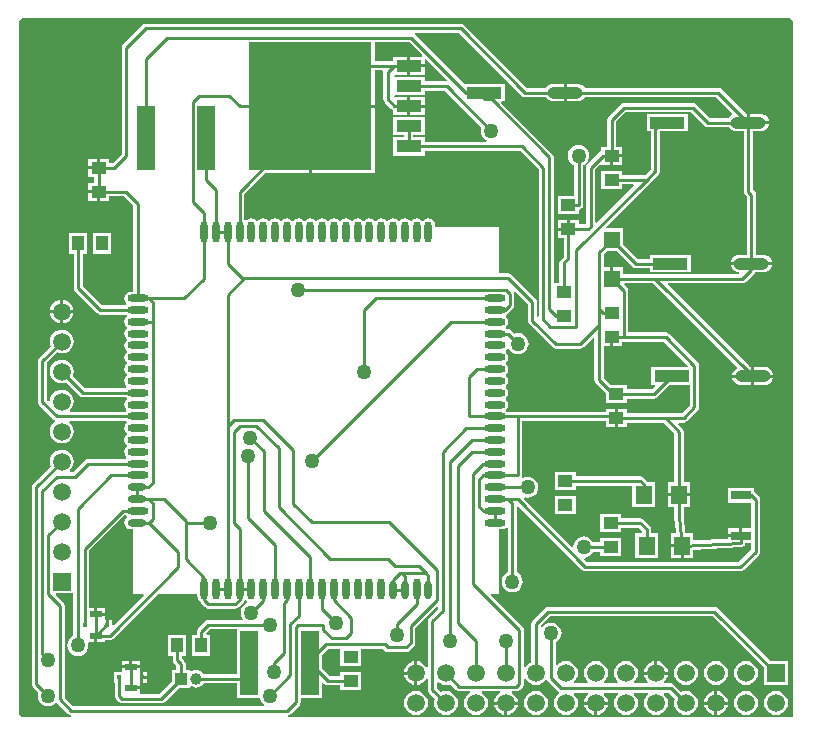
<source format=gtl>
G04 Layer_Physical_Order=1*
G04 Layer_Color=255*
%FSLAX44Y44*%
%MOMM*%
G71*
G01*
G75*
%ADD10R,1.7000X0.8000*%
%ADD11R,1.3970X1.6002*%
%ADD12R,1.2700X1.0160*%
%ADD13O,3.0000X1.0000*%
%ADD14R,3.0000X1.0000*%
%ADD15R,1.5000X5.4000*%
%ADD16R,2.1590X1.0668*%
%ADD17R,10.4100X10.8000*%
%ADD18R,1.0160X1.2700*%
%ADD19R,1.3970X1.3970*%
%ADD20O,0.6000X1.8000*%
%ADD21O,1.8000X0.6000*%
%ADD22O,1.6000X0.6000*%
%ADD23O,0.6000X1.6000*%
%ADD24R,1.0000X0.5000*%
%ADD25R,0.3500X0.4000*%
%ADD26R,0.3500X0.4500*%
%ADD27C,0.2540*%
%ADD28R,1.5000X1.5000*%
%ADD29C,1.5000*%
%ADD30R,1.5000X1.5000*%
%ADD31C,1.0000*%
%ADD32R,1.0000X1.0000*%
%ADD33C,1.2700*%
G36*
X759460Y570230D02*
X767080D01*
Y573965D01*
X802301D01*
X822723Y553543D01*
X822237Y552370D01*
X791450D01*
Y537290D01*
X794297D01*
X794783Y536117D01*
X792141Y533475D01*
X770890D01*
Y537210D01*
X756826D01*
X751153Y542883D01*
Y570230D01*
X756920D01*
Y577850D01*
X759460D01*
Y570230D01*
D02*
G37*
G36*
X302185Y324751D02*
X301587Y324503D01*
X299730Y323078D01*
X298305Y321221D01*
X297409Y319059D01*
X297103Y316738D01*
X297409Y314417D01*
X298305Y312255D01*
X299730Y310398D01*
X301587Y308973D01*
X303749Y308077D01*
X306070Y307771D01*
X308391Y308077D01*
X310553Y308973D01*
X312410Y310398D01*
X313835Y312255D01*
X314731Y314417D01*
X315037Y316738D01*
X314778Y318700D01*
X315560Y319970D01*
X320040D01*
Y325010D01*
X322580D01*
Y319970D01*
X328850D01*
Y321125D01*
X333026D01*
X334513Y321421D01*
X335773Y322263D01*
X374190Y360680D01*
X407291D01*
Y358680D01*
X407721Y356518D01*
X408946Y354686D01*
X409238Y354491D01*
X409351Y353923D01*
X410193Y352663D01*
X413813Y349043D01*
X415073Y348201D01*
X416560Y347905D01*
X439420D01*
X440907Y348201D01*
X442167Y349043D01*
X445687Y352563D01*
X446529Y353823D01*
X446665Y354506D01*
X446934Y354686D01*
X447305Y355241D01*
X448575D01*
X448946Y354686D01*
X449650Y354216D01*
X449509Y352782D01*
X448297Y352280D01*
X446440Y350855D01*
X445014Y348998D01*
X444119Y346836D01*
X443813Y344515D01*
X444119Y342194D01*
X445014Y340032D01*
X445485Y339419D01*
X444859Y338149D01*
X416560D01*
X415073Y337853D01*
X413813Y337011D01*
X407717Y330915D01*
X406875Y329655D01*
X406579Y328168D01*
Y325628D01*
X402844D01*
Y307848D01*
X418084D01*
Y325628D01*
X415167D01*
X414688Y326898D01*
X418169Y330379D01*
X440980D01*
Y292429D01*
X412669D01*
X411524Y293922D01*
X409949Y295130D01*
X408114Y295890D01*
X406146Y296149D01*
X404178Y295890D01*
X402343Y295130D01*
X402125Y294963D01*
X400986Y295524D01*
Y296084D01*
X397331D01*
Y300990D01*
X397035Y302477D01*
X396193Y303737D01*
X394029Y305901D01*
Y307848D01*
X397764D01*
Y325628D01*
X382524D01*
Y307848D01*
X386259D01*
Y304292D01*
X386555Y302805D01*
X387397Y301545D01*
X389561Y299381D01*
Y296084D01*
X385906D01*
Y286498D01*
X375072Y275664D01*
X359539D01*
X358314Y275774D01*
Y279544D01*
X350774D01*
Y282084D01*
X358314D01*
Y285274D01*
X359004D01*
Y289814D01*
Y294354D01*
X358314D01*
Y297544D01*
X343234D01*
Y294604D01*
X336984D01*
Y285024D01*
X337389D01*
Y274320D01*
X337685Y272833D01*
X338527Y271573D01*
X341068Y269033D01*
X342328Y268190D01*
X343814Y267895D01*
X376682D01*
X378168Y268190D01*
X379428Y269033D01*
X391400Y281004D01*
X400986D01*
Y281564D01*
X402125Y282125D01*
X402343Y281958D01*
X404178Y281198D01*
X406146Y280939D01*
X408114Y281198D01*
X409949Y281958D01*
X411524Y283166D01*
X412669Y284659D01*
X440980D01*
Y272466D01*
X459907D01*
X459969Y271999D01*
X460865Y269837D01*
X462290Y267980D01*
X463860Y266775D01*
X463532Y265505D01*
X302091D01*
X294969Y272627D01*
Y350520D01*
X294673Y352007D01*
X293831Y353267D01*
X287471Y359627D01*
X287957Y360800D01*
X302185D01*
Y324751D01*
D02*
G37*
G36*
X564654Y802311D02*
X564567Y801878D01*
Y779018D01*
X564863Y777531D01*
X565705Y776271D01*
X571293Y770683D01*
X572553Y769841D01*
X572897Y769773D01*
Y765556D01*
X584962D01*
Y773430D01*
Y781304D01*
X574365D01*
X573999Y781939D01*
X574365Y782574D01*
X599567D01*
Y786563D01*
X616627D01*
X647669Y755521D01*
X647421Y754923D01*
X647115Y752602D01*
X647421Y750281D01*
X648317Y748119D01*
X649742Y746262D01*
X651599Y744837D01*
X652294Y744549D01*
X652041Y743279D01*
X599567D01*
Y747268D01*
X590117D01*
Y748538D01*
X599567D01*
Y764286D01*
X572897D01*
Y748538D01*
X582347D01*
Y747268D01*
X572897D01*
Y731520D01*
X599567D01*
Y735509D01*
X680381D01*
X696139Y719751D01*
Y595265D01*
X694869Y594586D01*
X694765Y594656D01*
Y607568D01*
X694469Y609055D01*
X693627Y610315D01*
X673307Y630635D01*
X672047Y631477D01*
X670560Y631773D01*
X662940D01*
Y670680D01*
X608589D01*
Y672680D01*
X608159Y674842D01*
X606934Y676674D01*
X605102Y677898D01*
X602940Y678328D01*
X600779Y677898D01*
X598946Y676674D01*
X598575Y676119D01*
X597305D01*
X596934Y676674D01*
X595102Y677898D01*
X592940Y678328D01*
X590779Y677898D01*
X588946Y676674D01*
X588575Y676119D01*
X587305D01*
X586934Y676674D01*
X585102Y677898D01*
X582940Y678328D01*
X580779Y677898D01*
X578946Y676674D01*
X578575Y676119D01*
X577305D01*
X576934Y676674D01*
X575102Y677898D01*
X572940Y678328D01*
X570779Y677898D01*
X568946Y676674D01*
X568575Y676119D01*
X567305D01*
X566934Y676674D01*
X565102Y677898D01*
X562940Y678328D01*
X560779Y677898D01*
X558946Y676674D01*
X558575Y676119D01*
X557305D01*
X556934Y676674D01*
X555102Y677898D01*
X552940Y678328D01*
X550779Y677898D01*
X548946Y676674D01*
X548575Y676119D01*
X547305D01*
X546934Y676674D01*
X545102Y677898D01*
X542940Y678328D01*
X540779Y677898D01*
X538946Y676674D01*
X538575Y676119D01*
X537305D01*
X536934Y676674D01*
X535102Y677898D01*
X532940Y678328D01*
X530779Y677898D01*
X528946Y676674D01*
X528575Y676119D01*
X527305D01*
X526934Y676674D01*
X525101Y677898D01*
X522940Y678328D01*
X520778Y677898D01*
X518946Y676674D01*
X518575Y676119D01*
X517305D01*
X516934Y676674D01*
X515101Y677898D01*
X512940Y678328D01*
X510778Y677898D01*
X508946Y676674D01*
X508575Y676119D01*
X507305D01*
X506934Y676674D01*
X505101Y677898D01*
X502940Y678328D01*
X500778Y677898D01*
X498946Y676674D01*
X498575Y676119D01*
X497305D01*
X496934Y676674D01*
X495101Y677898D01*
X492940Y678328D01*
X490778Y677898D01*
X488946Y676674D01*
X488575Y676119D01*
X487305D01*
X486934Y676674D01*
X485101Y677898D01*
X482940Y678328D01*
X480778Y677898D01*
X478946Y676674D01*
X478575Y676119D01*
X477305D01*
X476934Y676674D01*
X475102Y677898D01*
X472940Y678328D01*
X470778Y677898D01*
X468946Y676674D01*
X468575Y676119D01*
X467305D01*
X466934Y676674D01*
X465102Y677898D01*
X462940Y678328D01*
X460778Y677898D01*
X458946Y676674D01*
X458575Y676119D01*
X457305D01*
X456934Y676674D01*
X455102Y677898D01*
X452940Y678328D01*
X450778Y677898D01*
X448946Y676674D01*
X448903Y676610D01*
X447458Y676518D01*
X446825Y677190D01*
Y699141D01*
X464574Y716890D01*
X501650D01*
Y773430D01*
X502920D01*
Y774700D01*
X557510D01*
Y803581D01*
X563611D01*
X564654Y802311D01*
D02*
G37*
G36*
X346946Y426686D02*
X347501Y426315D01*
Y425045D01*
X346946Y424674D01*
X345721Y422841D01*
X345291Y420680D01*
X345721Y418518D01*
X346946Y416686D01*
X348778Y415461D01*
X350940Y415031D01*
X352940D01*
Y360680D01*
X361543D01*
X362029Y359507D01*
X336273Y333751D01*
X335100Y334237D01*
Y338550D01*
X332080D01*
Y334010D01*
X329540D01*
Y338550D01*
X328850D01*
Y341740D01*
X321310D01*
Y343010D01*
X320040D01*
Y348050D01*
X315695D01*
Y396965D01*
X345525Y426795D01*
X346873D01*
X346946Y426686D01*
D02*
G37*
G36*
X597853Y816513D02*
X597367Y815340D01*
X587502D01*
Y808736D01*
X599567D01*
Y813140D01*
X600740Y813626D01*
X618864Y795503D01*
X618238Y794332D01*
X618236Y794333D01*
X599567D01*
Y798322D01*
X574365D01*
X573999Y798957D01*
X574365Y799592D01*
X584962D01*
Y807466D01*
Y815340D01*
X572897D01*
Y811351D01*
X557510D01*
Y827457D01*
X586909D01*
X597853Y816513D01*
D02*
G37*
G36*
X911860Y845820D02*
Y256540D01*
X483862D01*
X483737Y257810D01*
X484849Y258031D01*
X486109Y258873D01*
X493729Y266493D01*
X494571Y267753D01*
X494867Y269240D01*
Y272466D01*
X512560D01*
Y284813D01*
X513733Y285299D01*
X514759Y284273D01*
X516020Y283431D01*
X517506Y283135D01*
X528320D01*
Y279400D01*
X546100D01*
Y294640D01*
X528320D01*
Y290905D01*
X519115D01*
X512560Y297460D01*
Y308584D01*
X517845Y313869D01*
X528320D01*
Y299720D01*
X546100D01*
Y313869D01*
X564292D01*
X565795Y312366D01*
X567055Y311524D01*
X568542Y311228D01*
X584200D01*
X585687Y311524D01*
X586947Y312366D01*
X590481Y315901D01*
X591324Y317161D01*
X591619Y318648D01*
Y331618D01*
X609772Y349771D01*
X610946Y349285D01*
Y347199D01*
X603551Y339805D01*
X602709Y338545D01*
X602413Y337058D01*
Y298576D01*
X601143Y298324D01*
X601098Y298433D01*
X599489Y300531D01*
X597391Y302140D01*
X594949Y303152D01*
X593598Y303329D01*
Y293370D01*
Y283411D01*
X594949Y283588D01*
X597391Y284600D01*
X599489Y286209D01*
X601098Y288307D01*
X601143Y288416D01*
X602413Y288164D01*
Y279400D01*
X602709Y277913D01*
X603551Y276653D01*
X608435Y271770D01*
X607946Y270591D01*
X607601Y267970D01*
X607946Y265349D01*
X608958Y262907D01*
X610567Y260809D01*
X612665Y259200D01*
X615107Y258188D01*
X617728Y257843D01*
X620349Y258188D01*
X622791Y259200D01*
X624889Y260809D01*
X626498Y262907D01*
X627510Y265349D01*
X627855Y267970D01*
X627510Y270591D01*
X626498Y273033D01*
X624889Y275131D01*
X622791Y276740D01*
X620349Y277752D01*
X617728Y278097D01*
X615107Y277752D01*
X613928Y277263D01*
X610183Y281009D01*
Y284904D01*
X611453Y285530D01*
X612665Y284600D01*
X615107Y283588D01*
X617728Y283243D01*
X620349Y283588D01*
X621528Y284077D01*
X626411Y279193D01*
X627671Y278351D01*
X629158Y278055D01*
X637922D01*
X638174Y276785D01*
X638065Y276740D01*
X635967Y275131D01*
X634358Y273033D01*
X633346Y270591D01*
X633001Y267970D01*
X633346Y265349D01*
X634358Y262907D01*
X635967Y260809D01*
X638065Y259200D01*
X640507Y258188D01*
X643128Y257843D01*
X645749Y258188D01*
X648191Y259200D01*
X650289Y260809D01*
X651898Y262907D01*
X652910Y265349D01*
X653255Y267970D01*
X652910Y270591D01*
X651898Y273033D01*
X650289Y275131D01*
X648191Y276740D01*
X648082Y276785D01*
X648334Y278055D01*
X663322D01*
X663574Y276785D01*
X663465Y276740D01*
X661367Y275131D01*
X659758Y273033D01*
X658746Y270591D01*
X658569Y269240D01*
X668528D01*
X678487D01*
X678310Y270591D01*
X677298Y273033D01*
X675689Y275131D01*
X673591Y276740D01*
X673482Y276785D01*
X673734Y278055D01*
X677418D01*
X678905Y278351D01*
X680165Y279193D01*
X682705Y281733D01*
X683547Y282993D01*
X683843Y284480D01*
Y288164D01*
X685113Y288416D01*
X685158Y288307D01*
X686767Y286209D01*
X688865Y284600D01*
X691307Y283588D01*
X693928Y283243D01*
X696549Y283588D01*
X698991Y284600D01*
X701089Y286209D01*
X701982Y287374D01*
X703542Y287321D01*
X703881Y286813D01*
X712771Y277923D01*
X713279Y277584D01*
X713332Y276024D01*
X712167Y275131D01*
X710558Y273033D01*
X709546Y270591D01*
X709201Y267970D01*
X709546Y265349D01*
X710558Y262907D01*
X712167Y260809D01*
X714265Y259200D01*
X716707Y258188D01*
X719328Y257843D01*
X721949Y258188D01*
X724391Y259200D01*
X726489Y260809D01*
X728098Y262907D01*
X729110Y265349D01*
X729455Y267970D01*
X729110Y270591D01*
X728098Y273033D01*
X726489Y275131D01*
X725987Y275515D01*
X726418Y276785D01*
X737638D01*
X738069Y275515D01*
X737567Y275131D01*
X735958Y273033D01*
X734946Y270591D01*
X734769Y269240D01*
X744728D01*
X754687D01*
X754510Y270591D01*
X753498Y273033D01*
X751889Y275131D01*
X751387Y275515D01*
X751818Y276785D01*
X763038D01*
X763469Y275515D01*
X762967Y275131D01*
X761358Y273033D01*
X760346Y270591D01*
X760001Y267970D01*
X760346Y265349D01*
X761358Y262907D01*
X762967Y260809D01*
X765065Y259200D01*
X767507Y258188D01*
X770128Y257843D01*
X772749Y258188D01*
X775191Y259200D01*
X777289Y260809D01*
X778898Y262907D01*
X779910Y265349D01*
X780255Y267970D01*
X779910Y270591D01*
X778898Y273033D01*
X777289Y275131D01*
X776787Y275515D01*
X777218Y276785D01*
X788438D01*
X788869Y275515D01*
X788367Y275131D01*
X786758Y273033D01*
X785746Y270591D01*
X785401Y267970D01*
X785746Y265349D01*
X786758Y262907D01*
X788367Y260809D01*
X790465Y259200D01*
X792907Y258188D01*
X795528Y257843D01*
X798149Y258188D01*
X800591Y259200D01*
X802689Y260809D01*
X804298Y262907D01*
X805310Y265349D01*
X805655Y267970D01*
X805310Y270591D01*
X804298Y273033D01*
X802689Y275131D01*
X802187Y275515D01*
X802618Y276785D01*
X806619D01*
X811635Y271770D01*
X811146Y270591D01*
X810801Y267970D01*
X811146Y265349D01*
X812158Y262907D01*
X813767Y260809D01*
X815865Y259200D01*
X818307Y258188D01*
X820928Y257843D01*
X823549Y258188D01*
X825991Y259200D01*
X828089Y260809D01*
X829698Y262907D01*
X830710Y265349D01*
X831055Y267970D01*
X830710Y270591D01*
X829698Y273033D01*
X828089Y275131D01*
X825991Y276740D01*
X823549Y277752D01*
X820928Y278097D01*
X818307Y277752D01*
X817128Y277263D01*
X810975Y283417D01*
X809715Y284259D01*
X808228Y284555D01*
X802618D01*
X802187Y285825D01*
X802689Y286209D01*
X804298Y288307D01*
X805310Y290749D01*
X805487Y292100D01*
X795528D01*
X785569D01*
X785746Y290749D01*
X786758Y288307D01*
X788367Y286209D01*
X788869Y285825D01*
X788438Y284555D01*
X777218D01*
X776787Y285825D01*
X777289Y286209D01*
X778898Y288307D01*
X779910Y290749D01*
X780255Y293370D01*
X779910Y295991D01*
X778898Y298433D01*
X777289Y300531D01*
X775191Y302140D01*
X772749Y303152D01*
X770128Y303497D01*
X767507Y303152D01*
X765065Y302140D01*
X762967Y300531D01*
X761358Y298433D01*
X760346Y295991D01*
X760001Y293370D01*
X760346Y290749D01*
X761358Y288307D01*
X762967Y286209D01*
X763469Y285825D01*
X763038Y284555D01*
X751818D01*
X751387Y285825D01*
X751889Y286209D01*
X753498Y288307D01*
X754510Y290749D01*
X754855Y293370D01*
X754510Y295991D01*
X753498Y298433D01*
X751889Y300531D01*
X749791Y302140D01*
X747349Y303152D01*
X744728Y303497D01*
X742107Y303152D01*
X739665Y302140D01*
X737567Y300531D01*
X735958Y298433D01*
X734946Y295991D01*
X734601Y293370D01*
X734946Y290749D01*
X735958Y288307D01*
X737567Y286209D01*
X738069Y285825D01*
X737638Y284555D01*
X726418D01*
X725987Y285825D01*
X726489Y286209D01*
X728098Y288307D01*
X729110Y290749D01*
X729455Y293370D01*
X729110Y295991D01*
X728098Y298433D01*
X726489Y300531D01*
X724391Y302140D01*
X721949Y303152D01*
X719328Y303497D01*
X716707Y303152D01*
X714265Y302140D01*
X712167Y300531D01*
X711783Y300029D01*
X710513Y300460D01*
Y319139D01*
X711111Y319387D01*
X712968Y320812D01*
X714393Y322669D01*
X715289Y324831D01*
X715595Y327152D01*
X715289Y329473D01*
X714393Y331635D01*
X712968Y333492D01*
X711111Y334917D01*
X708949Y335813D01*
X706628Y336119D01*
X704307Y335813D01*
X702145Y334917D01*
X700288Y333492D01*
X699083Y331922D01*
X697813Y332250D01*
Y333671D01*
X705697Y341555D01*
X843449D01*
X887088Y297916D01*
Y283330D01*
X907168D01*
Y303410D01*
X892582D01*
X847805Y348187D01*
X846545Y349029D01*
X845058Y349325D01*
X704088D01*
X702601Y349029D01*
X701341Y348187D01*
X691181Y338027D01*
X690339Y336767D01*
X690043Y335280D01*
Y302628D01*
X688865Y302140D01*
X686767Y300531D01*
X685158Y298433D01*
X685113Y298324D01*
X683843Y298576D01*
Y329692D01*
X683547Y331179D01*
X682705Y332439D01*
X655637Y359507D01*
X656123Y360680D01*
X662940D01*
Y415031D01*
X664940D01*
X667102Y415461D01*
X668707Y416534D01*
X669977Y416135D01*
Y378853D01*
X669379Y378605D01*
X667522Y377180D01*
X666097Y375323D01*
X665201Y373161D01*
X664895Y370840D01*
X665201Y368519D01*
X666097Y366357D01*
X667522Y364500D01*
X669379Y363075D01*
X671541Y362179D01*
X673862Y361873D01*
X676183Y362179D01*
X678345Y363075D01*
X680202Y364500D01*
X681627Y366357D01*
X682523Y368519D01*
X682829Y370840D01*
X682523Y373161D01*
X681627Y375323D01*
X680202Y377180D01*
X678345Y378605D01*
X677747Y378853D01*
Y434224D01*
X678920Y434710D01*
X732981Y380649D01*
X734241Y379807D01*
X735728Y379512D01*
X867012D01*
X868499Y379807D01*
X869759Y380649D01*
X882603Y393493D01*
X883445Y394753D01*
X883741Y396240D01*
Y440164D01*
X883445Y441651D01*
X882603Y442911D01*
X879047Y446467D01*
X878450Y446866D01*
Y450260D01*
X856370D01*
Y437180D01*
X875971D01*
Y416260D01*
X868680D01*
Y409720D01*
X867410D01*
Y408450D01*
X856370D01*
Y407186D01*
X828072Y405743D01*
X827151Y406618D01*
Y411861D01*
X820423D01*
X818971Y425654D01*
Y433959D01*
X824611D01*
Y443230D01*
X815086D01*
X805561D01*
Y433959D01*
X811201D01*
Y425450D01*
X811242Y425248D01*
X811223Y425043D01*
X812511Y412805D01*
X811661Y411861D01*
X808101D01*
Y402590D01*
X817626D01*
Y401320D01*
X818896D01*
Y390779D01*
X827151D01*
Y397916D01*
X867608Y399980D01*
X868248Y400142D01*
X868897Y400271D01*
X868980Y400327D01*
X869078Y400351D01*
X869607Y400746D01*
X870157Y401113D01*
X870213Y401197D01*
X870293Y401257D01*
X870632Y401824D01*
X870999Y402373D01*
X871019Y402472D01*
X871070Y402558D01*
X871161Y403180D01*
X875971D01*
Y397849D01*
X865403Y387281D01*
X737337D01*
X734787Y389831D01*
X735242Y391172D01*
X736889Y391389D01*
X739051Y392285D01*
X740908Y393710D01*
X742333Y395567D01*
X742581Y396165D01*
X748284D01*
Y392684D01*
X766064D01*
Y407924D01*
X748284D01*
Y403935D01*
X742581D01*
X742333Y404533D01*
X740908Y406390D01*
X739051Y407815D01*
X736889Y408711D01*
X734568Y409017D01*
X732247Y408711D01*
X730085Y407815D01*
X728228Y406390D01*
X726803Y404533D01*
X725907Y402371D01*
X725690Y400724D01*
X724349Y400269D01*
X683605Y441013D01*
X684324Y442089D01*
X684495Y442019D01*
X686816Y441713D01*
X689137Y442019D01*
X691299Y442914D01*
X693156Y444339D01*
X694581Y446197D01*
X695477Y448359D01*
X695783Y450680D01*
X695477Y453001D01*
X694581Y455163D01*
X693156Y457020D01*
X691299Y458445D01*
X689137Y459341D01*
X686816Y459646D01*
X684495Y459341D01*
X683059Y458746D01*
X682048Y459702D01*
X682243Y460680D01*
Y506796D01*
X753110D01*
Y501650D01*
X760730D01*
Y509270D01*
Y516890D01*
X753110D01*
Y514565D01*
X669007D01*
X668934Y514674D01*
X668379Y515045D01*
Y516315D01*
X668934Y516686D01*
X670159Y518519D01*
X670589Y520680D01*
X670159Y522842D01*
X668934Y524674D01*
X668379Y525045D01*
Y526315D01*
X668934Y526686D01*
X670159Y528519D01*
X670589Y530680D01*
X670159Y532842D01*
X668934Y534674D01*
X668379Y535045D01*
Y536315D01*
X668934Y536686D01*
X670159Y538519D01*
X670589Y540680D01*
X670159Y542842D01*
X668934Y544674D01*
X668379Y545045D01*
Y546315D01*
X668934Y546686D01*
X670159Y548518D01*
X670589Y550680D01*
X670159Y552842D01*
X668934Y554674D01*
X668379Y555045D01*
Y556315D01*
X668934Y556686D01*
X670159Y558518D01*
X670589Y560680D01*
X670159Y562842D01*
X668934Y564674D01*
X668379Y565045D01*
Y566315D01*
X668934Y566686D01*
X669592Y567671D01*
X670275Y567726D01*
X671066Y567591D01*
X672348Y565922D01*
X674205Y564497D01*
X676367Y563601D01*
X678688Y563295D01*
X681009Y563601D01*
X683171Y564497D01*
X685028Y565922D01*
X686453Y567779D01*
X687349Y569941D01*
X687655Y572262D01*
X687349Y574583D01*
X686453Y576745D01*
X685028Y578602D01*
X683171Y580027D01*
X681009Y580923D01*
X678688Y581229D01*
X676367Y580923D01*
X675769Y580675D01*
X673017Y583427D01*
X671757Y584269D01*
X670270Y584565D01*
X669007D01*
X668934Y584674D01*
X668379Y585045D01*
Y586315D01*
X668934Y586686D01*
X670159Y588518D01*
X670589Y590680D01*
X670159Y592842D01*
X668934Y594674D01*
X668379Y595045D01*
Y596315D01*
X668934Y596686D01*
X669197Y597080D01*
X669253Y597091D01*
X670513Y597933D01*
X674497Y601917D01*
X675339Y603178D01*
X675635Y604664D01*
Y614680D01*
X675425Y615733D01*
X676596Y616358D01*
X686995Y605959D01*
Y591820D01*
X687291Y590333D01*
X688133Y589073D01*
X707945Y569261D01*
X709205Y568419D01*
X710692Y568123D01*
X731520D01*
X733007Y568419D01*
X734267Y569261D01*
X742210Y577204D01*
X743383Y576718D01*
Y541274D01*
X743679Y539787D01*
X744521Y538527D01*
X753110Y529938D01*
Y521970D01*
X770890D01*
Y525705D01*
X793750D01*
X795237Y526001D01*
X796497Y526843D01*
X806944Y537290D01*
X824155D01*
Y520023D01*
X817287Y513155D01*
X770890D01*
Y516890D01*
X763270D01*
Y509270D01*
Y501650D01*
X770890D01*
Y505385D01*
X802047D01*
X811201Y496231D01*
Y455041D01*
X805561D01*
Y445770D01*
X815086D01*
X824611D01*
Y455041D01*
X818971D01*
Y497840D01*
X818675Y499327D01*
X817833Y500587D01*
X814208Y504212D01*
X814694Y505385D01*
X818896D01*
X820383Y505681D01*
X821643Y506523D01*
X830787Y515667D01*
X831629Y516927D01*
X831925Y518414D01*
Y553720D01*
X831629Y555207D01*
X830787Y556467D01*
X806657Y580597D01*
X805397Y581439D01*
X803910Y581735D01*
X772235D01*
Y617220D01*
X771939Y618707D01*
X771097Y619967D01*
X768838Y622225D01*
X769364Y623495D01*
X793411D01*
X864075Y552831D01*
X863915Y551568D01*
X863726Y551384D01*
X862192Y550208D01*
X860984Y548633D01*
X860224Y546798D01*
X860132Y546100D01*
X876300D01*
Y552435D01*
X875459D01*
X805572Y622322D01*
X806058Y623495D01*
X868680D01*
X870167Y623791D01*
X871427Y624633D01*
X879047Y632253D01*
X879195Y632475D01*
X886300D01*
X888268Y632734D01*
X890102Y633494D01*
X891678Y634702D01*
X892886Y636278D01*
X893646Y638112D01*
X893738Y638810D01*
X858862D01*
X858954Y638112D01*
X859714Y636278D01*
X860922Y634702D01*
X862497Y633494D01*
X864332Y632734D01*
X865846Y632535D01*
X865763Y631265D01*
X767715D01*
Y636905D01*
X759460D01*
Y627380D01*
X756920D01*
Y636905D01*
X751153D01*
Y647869D01*
X754159Y650875D01*
X762221D01*
X775763Y637333D01*
X777023Y636491D01*
X778510Y636195D01*
X790180D01*
Y632540D01*
X825260D01*
Y647620D01*
X790180D01*
Y643965D01*
X780119D01*
X767715Y656369D01*
Y669925D01*
X753405D01*
X752919Y671098D01*
X790274Y708453D01*
X797767Y715946D01*
X798609Y717206D01*
X798905Y718693D01*
Y751920D01*
X822720D01*
Y767000D01*
X787640D01*
Y751920D01*
X791135D01*
Y720302D01*
X785918Y715085D01*
X767080D01*
Y718820D01*
X749300D01*
Y703580D01*
X767080D01*
Y707315D01*
X776489D01*
X776975Y706142D01*
X745214Y674381D01*
X744041Y674867D01*
Y719751D01*
X748515Y724225D01*
X749300Y723900D01*
Y723900D01*
X756920D01*
Y731520D01*
X758190D01*
Y732790D01*
X767080D01*
Y739140D01*
X762075D01*
Y760391D01*
X769959Y768275D01*
X825161D01*
X836723Y756713D01*
X837983Y755871D01*
X839470Y755575D01*
X857237D01*
X858382Y754082D01*
X859958Y752874D01*
X861792Y752114D01*
X863760Y751855D01*
X869875D01*
Y701040D01*
X870171Y699553D01*
X871013Y698293D01*
X872415Y696891D01*
Y647685D01*
X866300D01*
X864332Y647426D01*
X862497Y646666D01*
X860922Y645458D01*
X859714Y643883D01*
X858954Y642048D01*
X858862Y641350D01*
X893738D01*
X893646Y642048D01*
X892886Y643883D01*
X891678Y645458D01*
X890102Y646666D01*
X888268Y647426D01*
X886300Y647685D01*
X880185D01*
Y698500D01*
X879889Y699987D01*
X879047Y701247D01*
X877645Y702649D01*
Y751855D01*
X883760D01*
X885728Y752114D01*
X887562Y752874D01*
X889138Y754082D01*
X890346Y755658D01*
X891106Y757492D01*
X891198Y758190D01*
X873760D01*
Y759460D01*
X872490D01*
Y767065D01*
X871649D01*
X851107Y787607D01*
X849847Y788449D01*
X848360Y788745D01*
X735343D01*
X734198Y790238D01*
X732623Y791446D01*
X730788Y792206D01*
X728820Y792465D01*
X720090D01*
Y784860D01*
Y777255D01*
X728820D01*
X730788Y777514D01*
X732623Y778274D01*
X734198Y779482D01*
X735343Y780975D01*
X846751D01*
X860265Y767461D01*
X860105Y766198D01*
X859916Y766014D01*
X858382Y764838D01*
X857237Y763345D01*
X841079D01*
X829517Y774907D01*
X828257Y775749D01*
X826770Y776045D01*
X768350D01*
X766863Y775749D01*
X765603Y774907D01*
X755443Y764747D01*
X754601Y763487D01*
X754305Y762000D01*
Y739140D01*
X749300D01*
Y735202D01*
X748829Y735109D01*
X747569Y734267D01*
X737409Y724107D01*
X736567Y722847D01*
X736271Y721360D01*
Y673175D01*
X730250D01*
Y676910D01*
X722630D01*
Y669290D01*
X721360D01*
Y668020D01*
X712470D01*
Y661670D01*
X717475D01*
Y646007D01*
X714803Y643335D01*
X713961Y642075D01*
X713665Y640588D01*
Y623570D01*
X708989D01*
Y730250D01*
X708693Y731737D01*
X707851Y732997D01*
X664701Y776147D01*
X665187Y777320D01*
X667780D01*
Y792400D01*
X632954D01*
X591292Y834061D01*
X591296Y834180D01*
X591691Y835331D01*
X628565D01*
X681783Y782113D01*
X683043Y781271D01*
X684530Y780975D01*
X702297D01*
X703442Y779482D01*
X705017Y778274D01*
X706852Y777514D01*
X708820Y777255D01*
X717550D01*
Y784860D01*
Y792465D01*
X708820D01*
X706852Y792206D01*
X705017Y791446D01*
X703442Y790238D01*
X702297Y788745D01*
X686139D01*
X632921Y841963D01*
X631661Y842805D01*
X630174Y843101D01*
X363474D01*
X361987Y842805D01*
X360727Y841963D01*
X344471Y825707D01*
X343629Y824447D01*
X343333Y822960D01*
Y733129D01*
X335449Y725245D01*
X332740D01*
Y728980D01*
X325120D01*
Y721360D01*
X323850D01*
Y720090D01*
X314960D01*
Y713740D01*
X319965D01*
Y708660D01*
X314960D01*
Y702310D01*
X323850D01*
Y701040D01*
X325120D01*
Y693420D01*
X332740D01*
Y697155D01*
X345171D01*
X353055Y689271D01*
Y670680D01*
X352940D01*
Y616329D01*
X350940D01*
X348778Y615899D01*
X346946Y614674D01*
X345722Y612842D01*
X345292Y610680D01*
X345722Y608518D01*
X346946Y606686D01*
X347010Y606643D01*
X347102Y605198D01*
X346430Y604565D01*
X326729D01*
X310463Y620831D01*
Y648208D01*
X314198D01*
Y665988D01*
X298958D01*
Y648208D01*
X302693D01*
Y619222D01*
X302989Y617735D01*
X303831Y616475D01*
X322373Y597933D01*
X323633Y597091D01*
X325120Y596795D01*
X346873D01*
X346946Y596686D01*
X347501Y596315D01*
Y595045D01*
X346946Y594674D01*
X345722Y592842D01*
X345292Y590680D01*
X345722Y588518D01*
X346946Y586686D01*
X347501Y586315D01*
Y585045D01*
X346946Y584674D01*
X345722Y582842D01*
X345292Y580680D01*
X345722Y578518D01*
X346946Y576686D01*
X347501Y576315D01*
Y575045D01*
X346946Y574674D01*
X345722Y572842D01*
X345292Y570680D01*
X345722Y568518D01*
X346946Y566686D01*
X347501Y566315D01*
Y565045D01*
X346946Y564674D01*
X345722Y562842D01*
X345292Y560680D01*
X345722Y558518D01*
X346946Y556686D01*
X347501Y556315D01*
Y555045D01*
X346946Y554674D01*
X345722Y552842D01*
X345292Y550680D01*
X345722Y548518D01*
X346946Y546686D01*
X347501Y546315D01*
Y545045D01*
X346946Y544674D01*
X345722Y542842D01*
X345292Y540680D01*
X345722Y538519D01*
X346946Y536686D01*
X347010Y536643D01*
X347102Y535198D01*
X346430Y534565D01*
X311923D01*
X301647Y544840D01*
X302136Y546019D01*
X302481Y548640D01*
X302136Y551261D01*
X301124Y553703D01*
X299515Y555801D01*
X297417Y557410D01*
X294975Y558422D01*
X292354Y558767D01*
X289733Y558422D01*
X287291Y557410D01*
X285193Y555801D01*
X283584Y553703D01*
X282572Y551261D01*
X282227Y548640D01*
X282572Y546019D01*
X283584Y543577D01*
X285193Y541479D01*
X287291Y539870D01*
X289733Y538858D01*
X292354Y538513D01*
X294975Y538858D01*
X296154Y539347D01*
X307567Y527933D01*
X308827Y527091D01*
X310314Y526796D01*
X346873D01*
X346946Y526686D01*
X347501Y526315D01*
Y525045D01*
X346946Y524674D01*
X345722Y522842D01*
X345292Y520680D01*
X345722Y518519D01*
X346946Y516686D01*
X347010Y516643D01*
X347102Y515198D01*
X346430Y514565D01*
X299516D01*
X299108Y515768D01*
X299515Y516079D01*
X301124Y518177D01*
X302136Y520619D01*
X302481Y523240D01*
X302136Y525861D01*
X301124Y528303D01*
X299515Y530401D01*
X297417Y532010D01*
X294975Y533022D01*
X292354Y533367D01*
X289733Y533022D01*
X287291Y532010D01*
X285193Y530401D01*
X283584Y528303D01*
X282572Y525861D01*
X282333Y524041D01*
X280992Y523586D01*
X279848Y524729D01*
Y556041D01*
X288554Y564747D01*
X289733Y564258D01*
X292354Y563913D01*
X294975Y564258D01*
X297417Y565270D01*
X299515Y566879D01*
X301124Y568977D01*
X302136Y571419D01*
X302481Y574040D01*
X302136Y576661D01*
X301124Y579103D01*
X299515Y581201D01*
X297417Y582810D01*
X294975Y583822D01*
X292354Y584167D01*
X289733Y583822D01*
X287291Y582810D01*
X285193Y581201D01*
X283584Y579103D01*
X282572Y576661D01*
X282227Y574040D01*
X282572Y571419D01*
X283061Y570240D01*
X273217Y560397D01*
X272375Y559137D01*
X272079Y557650D01*
Y523120D01*
X272375Y521633D01*
X273217Y520373D01*
X285657Y507933D01*
X286337Y507479D01*
X286473Y505990D01*
X286469Y505979D01*
X285193Y505001D01*
X283584Y502903D01*
X282572Y500461D01*
X282227Y497840D01*
X282572Y495219D01*
X283584Y492777D01*
X285193Y490679D01*
X287291Y489070D01*
X289733Y488058D01*
X292354Y487713D01*
X294975Y488058D01*
X297417Y489070D01*
X299515Y490679D01*
X301124Y492777D01*
X302136Y495219D01*
X302481Y497840D01*
X302136Y500461D01*
X301124Y502903D01*
X299515Y505001D01*
X298831Y505526D01*
X299262Y506796D01*
X346873D01*
X346946Y506686D01*
X347501Y506315D01*
Y505045D01*
X346946Y504674D01*
X345722Y502842D01*
X345292Y500680D01*
X345722Y498519D01*
X346946Y496686D01*
X347501Y496315D01*
Y495045D01*
X346946Y494674D01*
X345722Y492842D01*
X345292Y490680D01*
X345722Y488519D01*
X346946Y486686D01*
X347501Y486315D01*
Y485045D01*
X346946Y484674D01*
X345722Y482841D01*
X345292Y480680D01*
X345722Y478518D01*
X346946Y476686D01*
X347010Y476643D01*
X347102Y475198D01*
X346430Y474564D01*
X314724D01*
X313237Y474269D01*
X311977Y473427D01*
X302175Y463625D01*
X299444D01*
X299013Y464895D01*
X299515Y465279D01*
X301124Y467377D01*
X302136Y469819D01*
X302481Y472440D01*
X302136Y475061D01*
X301124Y477503D01*
X299515Y479601D01*
X297417Y481210D01*
X294975Y482222D01*
X292354Y482567D01*
X289733Y482222D01*
X287291Y481210D01*
X285193Y479601D01*
X283584Y477503D01*
X282572Y475061D01*
X282227Y472440D01*
X282572Y469819D01*
X283061Y468640D01*
X268017Y453597D01*
X267175Y452337D01*
X266879Y450850D01*
Y284480D01*
X267175Y282993D01*
X268017Y281733D01*
X272511Y277239D01*
X272263Y276641D01*
X271957Y274320D01*
X272263Y271999D01*
X273159Y269837D01*
X274584Y267980D01*
X276441Y266555D01*
X278603Y265659D01*
X280924Y265353D01*
X283245Y265659D01*
X285407Y266555D01*
X287093Y267848D01*
X287435Y267964D01*
X288762Y267846D01*
X297735Y258873D01*
X298995Y258031D01*
X300107Y257810D01*
X299982Y256540D01*
X259080D01*
X256540Y259080D01*
Y845820D01*
X259080Y848360D01*
X909320D01*
X911860Y845820D01*
D02*
G37*
%LPC*%
G36*
X364564Y294354D02*
X361544D01*
Y291084D01*
X364564D01*
Y294354D01*
D02*
G37*
G36*
Y288544D02*
X361544D01*
Y285274D01*
X364564D01*
Y288544D01*
D02*
G37*
G36*
X846328Y303497D02*
X843707Y303152D01*
X841265Y302140D01*
X839167Y300531D01*
X837558Y298433D01*
X836546Y295991D01*
X836201Y293370D01*
X836546Y290749D01*
X837558Y288307D01*
X839167Y286209D01*
X841265Y284600D01*
X843707Y283588D01*
X846328Y283243D01*
X848949Y283588D01*
X851391Y284600D01*
X853489Y286209D01*
X855098Y288307D01*
X856110Y290749D01*
X856455Y293370D01*
X856110Y295991D01*
X855098Y298433D01*
X853489Y300531D01*
X851391Y302140D01*
X848949Y303152D01*
X846328Y303497D01*
D02*
G37*
G36*
X871728D02*
X869107Y303152D01*
X866665Y302140D01*
X864567Y300531D01*
X862958Y298433D01*
X861946Y295991D01*
X861601Y293370D01*
X861946Y290749D01*
X862958Y288307D01*
X864567Y286209D01*
X866665Y284600D01*
X869107Y283588D01*
X871728Y283243D01*
X874349Y283588D01*
X876791Y284600D01*
X878889Y286209D01*
X880498Y288307D01*
X881510Y290749D01*
X881855Y293370D01*
X881510Y295991D01*
X880498Y298433D01*
X878889Y300531D01*
X876791Y302140D01*
X874349Y303152D01*
X871728Y303497D01*
D02*
G37*
G36*
X591058Y292100D02*
X582369D01*
X582546Y290749D01*
X583558Y288307D01*
X585167Y286209D01*
X587265Y284600D01*
X589707Y283588D01*
X591058Y283411D01*
Y292100D01*
D02*
G37*
G36*
X349504Y303854D02*
X343234D01*
Y300084D01*
X349504D01*
Y303854D01*
D02*
G37*
G36*
X358314D02*
X352044D01*
Y300084D01*
X358314D01*
Y303854D01*
D02*
G37*
G36*
X796798Y303329D02*
Y294640D01*
X805487D01*
X805310Y295991D01*
X804298Y298433D01*
X802689Y300531D01*
X800591Y302140D01*
X798149Y303152D01*
X796798Y303329D01*
D02*
G37*
G36*
X591058D02*
X589707Y303152D01*
X587265Y302140D01*
X585167Y300531D01*
X583558Y298433D01*
X582546Y295991D01*
X582369Y294640D01*
X591058D01*
Y303329D01*
D02*
G37*
G36*
X794258D02*
X792907Y303152D01*
X790465Y302140D01*
X788367Y300531D01*
X786758Y298433D01*
X785746Y295991D01*
X785569Y294640D01*
X794258D01*
Y303329D01*
D02*
G37*
G36*
X897128Y278097D02*
X894507Y277752D01*
X892065Y276740D01*
X889967Y275131D01*
X888358Y273033D01*
X887346Y270591D01*
X887001Y267970D01*
X887346Y265349D01*
X888358Y262907D01*
X889967Y260809D01*
X892065Y259200D01*
X894507Y258188D01*
X897128Y257843D01*
X899749Y258188D01*
X902191Y259200D01*
X904289Y260809D01*
X905898Y262907D01*
X906910Y265349D01*
X907255Y267970D01*
X906910Y270591D01*
X905898Y273033D01*
X904289Y275131D01*
X902191Y276740D01*
X899749Y277752D01*
X897128Y278097D01*
D02*
G37*
G36*
X667258Y266700D02*
X658569D01*
X658746Y265349D01*
X659758Y262907D01*
X661367Y260809D01*
X663465Y259200D01*
X665907Y258188D01*
X667258Y258011D01*
Y266700D01*
D02*
G37*
G36*
X743458D02*
X734769D01*
X734946Y265349D01*
X735958Y262907D01*
X737567Y260809D01*
X739665Y259200D01*
X742107Y258188D01*
X743458Y258011D01*
Y266700D01*
D02*
G37*
G36*
X592328Y278097D02*
X589707Y277752D01*
X587265Y276740D01*
X585167Y275131D01*
X583558Y273033D01*
X582546Y270591D01*
X582201Y267970D01*
X582546Y265349D01*
X583558Y262907D01*
X585167Y260809D01*
X587265Y259200D01*
X589707Y258188D01*
X592328Y257843D01*
X594949Y258188D01*
X597391Y259200D01*
X599489Y260809D01*
X601098Y262907D01*
X602110Y265349D01*
X602455Y267970D01*
X602110Y270591D01*
X601098Y273033D01*
X599489Y275131D01*
X597391Y276740D01*
X594949Y277752D01*
X592328Y278097D01*
D02*
G37*
G36*
X693928D02*
X691307Y277752D01*
X688865Y276740D01*
X686767Y275131D01*
X685158Y273033D01*
X684146Y270591D01*
X683801Y267970D01*
X684146Y265349D01*
X685158Y262907D01*
X686767Y260809D01*
X688865Y259200D01*
X691307Y258188D01*
X693928Y257843D01*
X696549Y258188D01*
X698991Y259200D01*
X701089Y260809D01*
X702698Y262907D01*
X703710Y265349D01*
X704055Y267970D01*
X703710Y270591D01*
X702698Y273033D01*
X701089Y275131D01*
X698991Y276740D01*
X696549Y277752D01*
X693928Y278097D01*
D02*
G37*
G36*
X871728D02*
X869107Y277752D01*
X866665Y276740D01*
X864567Y275131D01*
X862958Y273033D01*
X861946Y270591D01*
X861601Y267970D01*
X861946Y265349D01*
X862958Y262907D01*
X864567Y260809D01*
X866665Y259200D01*
X869107Y258188D01*
X871728Y257843D01*
X874349Y258188D01*
X876791Y259200D01*
X878889Y260809D01*
X880498Y262907D01*
X881510Y265349D01*
X881855Y267970D01*
X881510Y270591D01*
X880498Y273033D01*
X878889Y275131D01*
X876791Y276740D01*
X874349Y277752D01*
X871728Y278097D01*
D02*
G37*
G36*
X845058Y266700D02*
X836369D01*
X836546Y265349D01*
X837558Y262907D01*
X839167Y260809D01*
X841265Y259200D01*
X843707Y258188D01*
X845058Y258011D01*
Y266700D01*
D02*
G37*
G36*
Y277929D02*
X843707Y277752D01*
X841265Y276740D01*
X839167Y275131D01*
X837558Y273033D01*
X836546Y270591D01*
X836369Y269240D01*
X845058D01*
Y277929D01*
D02*
G37*
G36*
X847598D02*
Y269240D01*
X856287D01*
X856110Y270591D01*
X855098Y273033D01*
X853489Y275131D01*
X851391Y276740D01*
X848949Y277752D01*
X847598Y277929D01*
D02*
G37*
G36*
X820928Y303497D02*
X818307Y303152D01*
X815865Y302140D01*
X813767Y300531D01*
X812158Y298433D01*
X811146Y295991D01*
X810801Y293370D01*
X811146Y290749D01*
X812158Y288307D01*
X813767Y286209D01*
X815865Y284600D01*
X818307Y283588D01*
X820928Y283243D01*
X823549Y283588D01*
X825991Y284600D01*
X828089Y286209D01*
X829698Y288307D01*
X830710Y290749D01*
X831055Y293370D01*
X830710Y295991D01*
X829698Y298433D01*
X828089Y300531D01*
X825991Y302140D01*
X823549Y303152D01*
X820928Y303497D01*
D02*
G37*
G36*
X678487Y266700D02*
X669798D01*
Y258011D01*
X671149Y258188D01*
X673591Y259200D01*
X675689Y260809D01*
X677298Y262907D01*
X678310Y265349D01*
X678487Y266700D01*
D02*
G37*
G36*
X754687D02*
X745998D01*
Y258011D01*
X747349Y258188D01*
X749791Y259200D01*
X751889Y260809D01*
X753498Y262907D01*
X754510Y265349D01*
X754687Y266700D01*
D02*
G37*
G36*
X856287D02*
X847598D01*
Y258011D01*
X848949Y258188D01*
X851391Y259200D01*
X853489Y260809D01*
X855098Y262907D01*
X856110Y265349D01*
X856287Y266700D01*
D02*
G37*
G36*
X729996Y740487D02*
X727675Y740181D01*
X725513Y739285D01*
X723656Y737860D01*
X722231Y736003D01*
X721335Y733841D01*
X721029Y731520D01*
X721335Y729199D01*
X722231Y727037D01*
X723656Y725180D01*
X725513Y723755D01*
X726111Y723507D01*
Y697230D01*
X712470D01*
Y681990D01*
X730250D01*
Y685776D01*
X731483Y686021D01*
X732743Y686863D01*
X733585Y688123D01*
X733881Y689610D01*
Y723507D01*
X734479Y723755D01*
X736336Y725180D01*
X737761Y727037D01*
X738657Y729199D01*
X738963Y731520D01*
X738657Y733841D01*
X737761Y736003D01*
X736336Y737860D01*
X734479Y739285D01*
X732317Y740181D01*
X729996Y740487D01*
D02*
G37*
G36*
X322580Y699770D02*
X314960D01*
Y693420D01*
X322580D01*
Y699770D01*
D02*
G37*
G36*
X557510Y772160D02*
X504190D01*
Y716890D01*
X557510D01*
Y772160D01*
D02*
G37*
G36*
X293624Y609399D02*
Y600710D01*
X302313D01*
X302136Y602061D01*
X301124Y604503D01*
X299515Y606601D01*
X297417Y608210D01*
X294975Y609222D01*
X293624Y609399D01*
D02*
G37*
G36*
X334518Y665988D02*
X319278D01*
Y648208D01*
X334518D01*
Y665988D01*
D02*
G37*
G36*
X720090Y676910D02*
X712470D01*
Y670560D01*
X720090D01*
Y676910D01*
D02*
G37*
G36*
X599567Y772160D02*
X587502D01*
Y765556D01*
X599567D01*
Y772160D01*
D02*
G37*
G36*
X587502Y781304D02*
Y774700D01*
X599567D01*
Y781304D01*
X587502D01*
D02*
G37*
G36*
X599567Y806196D02*
X587502D01*
Y799592D01*
X599567D01*
Y806196D01*
D02*
G37*
G36*
X322580Y728980D02*
X314960D01*
Y722630D01*
X322580D01*
Y728980D01*
D02*
G37*
G36*
X767080Y730250D02*
X759460D01*
Y723900D01*
X767080D01*
Y730250D01*
D02*
G37*
G36*
X883760Y767065D02*
X875030D01*
Y760730D01*
X891198D01*
X891106Y761428D01*
X890346Y763262D01*
X889138Y764838D01*
X887562Y766046D01*
X885728Y766806D01*
X883760Y767065D01*
D02*
G37*
G36*
X866140Y416260D02*
X856370D01*
Y410990D01*
X866140D01*
Y416260D01*
D02*
G37*
G36*
X727710Y443230D02*
X709930D01*
Y427990D01*
X727710D01*
Y443230D01*
D02*
G37*
G36*
Y463550D02*
X709930D01*
Y448310D01*
X727710D01*
Y452045D01*
X775589D01*
Y433959D01*
X794639D01*
Y455041D01*
X788423D01*
X787861Y455883D01*
X785067Y458677D01*
X783807Y459519D01*
X782320Y459815D01*
X727710D01*
Y463550D01*
D02*
G37*
G36*
X328850Y348050D02*
X322580D01*
Y344280D01*
X328850D01*
Y348050D01*
D02*
G37*
G36*
X766064Y428244D02*
X748284D01*
Y413004D01*
X766064D01*
Y416485D01*
X780711D01*
X783769Y413427D01*
Y411861D01*
X778129D01*
Y390779D01*
X797179D01*
Y411861D01*
X791539D01*
Y415036D01*
X791243Y416523D01*
X790401Y417783D01*
X785067Y423117D01*
X783807Y423959D01*
X782320Y424255D01*
X766064D01*
Y428244D01*
D02*
G37*
G36*
X816356Y400050D02*
X808101D01*
Y390779D01*
X816356D01*
Y400050D01*
D02*
G37*
G36*
X291084Y598170D02*
X282395D01*
X282572Y596819D01*
X283584Y594377D01*
X285193Y592279D01*
X287291Y590670D01*
X289733Y589658D01*
X291084Y589481D01*
Y598170D01*
D02*
G37*
G36*
X302313D02*
X293624D01*
Y589481D01*
X294975Y589658D01*
X297417Y590670D01*
X299515Y592279D01*
X301124Y594377D01*
X302136Y596819D01*
X302313Y598170D01*
D02*
G37*
G36*
X291084Y609399D02*
X289733Y609222D01*
X287291Y608210D01*
X285193Y606601D01*
X283584Y604503D01*
X282572Y602061D01*
X282395Y600710D01*
X291084D01*
Y609399D01*
D02*
G37*
G36*
X876300Y543560D02*
X860132D01*
X860224Y542862D01*
X860984Y541027D01*
X862192Y539452D01*
X863767Y538244D01*
X865602Y537484D01*
X867570Y537225D01*
X876300D01*
Y543560D01*
D02*
G37*
G36*
X895008D02*
X878840D01*
Y537225D01*
X887570D01*
X889538Y537484D01*
X891373Y538244D01*
X892948Y539452D01*
X894156Y541027D01*
X894916Y542862D01*
X895008Y543560D01*
D02*
G37*
G36*
X887570Y552435D02*
X878840D01*
Y546100D01*
X895008D01*
X894916Y546798D01*
X894156Y548633D01*
X892948Y550208D01*
X891373Y551416D01*
X889538Y552176D01*
X887570Y552435D01*
D02*
G37*
%LPD*%
D10*
X867410Y443720D02*
D03*
Y409720D02*
D03*
D11*
X787654Y401320D02*
D03*
X817626D02*
D03*
X785114Y444500D02*
D03*
X815086D02*
D03*
D12*
X323850Y721360D02*
D03*
Y701040D02*
D03*
X757174Y420624D02*
D03*
Y400304D02*
D03*
X717550Y595630D02*
D03*
Y615950D02*
D03*
X721360Y669290D02*
D03*
Y689610D02*
D03*
X758190Y711200D02*
D03*
Y731520D02*
D03*
Y598170D02*
D03*
Y577850D02*
D03*
X762000Y529590D02*
D03*
Y509270D02*
D03*
X718820Y455930D02*
D03*
Y435610D02*
D03*
X537210Y287020D02*
D03*
Y307340D02*
D03*
D13*
X718820Y784860D02*
D03*
X873760Y759460D02*
D03*
X877570Y544830D02*
D03*
X876300Y640080D02*
D03*
D14*
X650240Y784860D02*
D03*
X805180Y759460D02*
D03*
X808990Y544830D02*
D03*
X807720Y640080D02*
D03*
D15*
X414890Y746760D02*
D03*
X363390D02*
D03*
X502520Y302006D02*
D03*
X451020D02*
D03*
D16*
X586232Y807466D02*
D03*
Y790448D02*
D03*
Y773430D02*
D03*
Y756412D02*
D03*
Y739394D02*
D03*
D17*
X502920Y773430D02*
D03*
D18*
X306578Y657098D02*
D03*
X326898D02*
D03*
X390144Y316738D02*
D03*
X410464D02*
D03*
D19*
X758190Y627380D02*
D03*
Y660400D02*
D03*
D20*
X592940Y666680D02*
D03*
X582940D02*
D03*
X572940D02*
D03*
X562940D02*
D03*
X512940D02*
D03*
X522940D02*
D03*
X532940D02*
D03*
X542940D02*
D03*
X552940D02*
D03*
X462940D02*
D03*
X472940D02*
D03*
X482940D02*
D03*
X492940D02*
D03*
X502940D02*
D03*
X412940D02*
D03*
X422940D02*
D03*
X432940D02*
D03*
X442940D02*
D03*
X452940D02*
D03*
X602940D02*
D03*
X592940Y364680D02*
D03*
X562940D02*
D03*
X512940D02*
D03*
X522940D02*
D03*
X532940D02*
D03*
X542940D02*
D03*
X552940D02*
D03*
X462940D02*
D03*
X472940D02*
D03*
X482940D02*
D03*
X492940D02*
D03*
X502940D02*
D03*
X412940D02*
D03*
X422940D02*
D03*
X432940D02*
D03*
X442940D02*
D03*
X452940D02*
D03*
D21*
X356940Y430680D02*
D03*
Y460680D02*
D03*
Y510680D02*
D03*
Y500680D02*
D03*
Y490680D02*
D03*
Y480680D02*
D03*
Y470680D02*
D03*
Y560680D02*
D03*
Y550680D02*
D03*
Y540680D02*
D03*
Y530680D02*
D03*
Y520680D02*
D03*
Y610680D02*
D03*
Y600680D02*
D03*
Y590680D02*
D03*
Y580680D02*
D03*
Y570680D02*
D03*
X658940D02*
D03*
Y580680D02*
D03*
Y590680D02*
D03*
Y600680D02*
D03*
Y610680D02*
D03*
Y520680D02*
D03*
Y530680D02*
D03*
Y540680D02*
D03*
Y550680D02*
D03*
Y560680D02*
D03*
Y470680D02*
D03*
Y480680D02*
D03*
Y490680D02*
D03*
Y500680D02*
D03*
Y510680D02*
D03*
Y460680D02*
D03*
Y450680D02*
D03*
Y440680D02*
D03*
Y430680D02*
D03*
Y420680D02*
D03*
D22*
X355940Y440680D02*
D03*
Y450680D02*
D03*
Y420680D02*
D03*
D23*
X602940Y363680D02*
D03*
X582940D02*
D03*
X572940D02*
D03*
D24*
X350774Y280814D02*
D03*
Y298814D02*
D03*
X321310Y325010D02*
D03*
Y343010D02*
D03*
D25*
X360274Y289814D02*
D03*
X330810Y334010D02*
D03*
D26*
X341274Y289814D02*
D03*
X311810Y334010D02*
D03*
D27*
X760590Y510680D02*
X762000Y509270D01*
X677633Y510680D02*
X760590D01*
X643644Y550680D02*
X658940D01*
X636892Y543928D02*
X643644Y550680D01*
X636892Y510680D02*
Y543928D01*
Y510680D02*
X658940D01*
X677633D01*
X678358Y509956D01*
Y460680D02*
Y509956D01*
X658940Y460680D02*
X678358D01*
X442940Y364680D02*
X452940D01*
X658940Y450680D02*
X686816D01*
X472440Y294640D02*
Y302260D01*
X480568Y310388D01*
X406146Y288544D02*
X451020D01*
X747268Y601980D02*
Y649478D01*
X446086Y626934D02*
X447040Y627888D01*
X432940Y613788D02*
X446086Y626934D01*
X650240Y779018D02*
X656336D01*
X580738Y378122D02*
X600738D01*
X541274Y773430D02*
Y807466D01*
X369824Y590680D02*
Y607060D01*
Y454660D02*
Y590680D01*
X574558Y384302D02*
X594558D01*
X787527Y711200D02*
X795020Y718693D01*
X727710Y651383D02*
X787527Y711200D01*
X275964Y309760D02*
X280924Y304800D01*
X275964Y309760D02*
Y447160D01*
X288544Y459740D01*
X303784D01*
X314724Y470680D01*
X356940D01*
X306070Y316738D02*
Y432486D01*
X334264Y460680D01*
X356940D01*
X492940Y341630D02*
Y364680D01*
X485902Y334592D02*
X492940Y341630D01*
X485902Y291592D02*
Y334592D01*
X468630Y274320D02*
X485902Y291592D01*
X270764Y284480D02*
X280924Y274320D01*
X270764Y284480D02*
Y450850D01*
X292354Y472440D01*
X482940Y354924D02*
Y364680D01*
X480568Y352552D02*
X482940Y354924D01*
X480568Y310388D02*
Y352552D01*
X451020Y288544D02*
Y302006D01*
X306578Y619222D02*
Y657098D01*
Y619222D02*
X325120Y600680D01*
X356940D01*
X422940Y364680D02*
X432940D01*
X422940Y666680D02*
X432940D01*
X422940D02*
Y702564D01*
X414890Y710614D02*
X422940Y702564D01*
X414890Y710614D02*
Y746760D01*
X762000Y529590D02*
X793750D01*
X808990Y544830D01*
X758190Y660400D02*
X778510Y640080D01*
X807720D01*
X751078Y598170D02*
X758190D01*
X747268Y601980D02*
X751078Y598170D01*
X747268Y587756D02*
Y601980D01*
X690880Y591820D02*
X710692Y572008D01*
X670560Y627888D02*
X690880Y607568D01*
X432940Y502920D02*
Y613788D01*
X438020Y508000D02*
X462534D01*
X488188Y436880D02*
Y482346D01*
Y436880D02*
X504190Y420878D01*
X587735Y333227D02*
X609750Y355242D01*
X502520Y304038D02*
X516236Y317754D01*
X747268Y649478D02*
X758190Y660400D01*
X710692Y572008D02*
X731520D01*
X447040Y627888D02*
X670560D01*
X584200Y315113D02*
X587735Y318648D01*
X565901Y317754D02*
X568542Y315113D01*
X516236Y317754D02*
X565901D01*
X758952Y529590D02*
X762000D01*
X747268Y541274D02*
X758952Y529590D01*
X747268Y541274D02*
Y587756D01*
X731520Y572008D02*
X747268Y587756D01*
X690880Y591820D02*
Y607568D01*
X462534Y508000D02*
X488188Y482346D01*
X504190Y420878D02*
X569364D01*
X568542Y315113D02*
X584200D01*
X502520Y302006D02*
Y304038D01*
X432940Y640080D02*
Y666680D01*
Y640080D02*
X446086Y626934D01*
X569364Y420878D02*
X609750Y380492D01*
X432940Y364680D02*
Y502920D01*
X438020Y508000D01*
X609750Y355242D02*
Y380492D01*
X587735Y318648D02*
Y333227D01*
X502520Y302006D02*
X517506Y287020D01*
X537210D01*
X512940Y347218D02*
Y364680D01*
Y347218D02*
X524624Y335534D01*
X706628Y289560D02*
Y327152D01*
Y289560D02*
X715518Y280670D01*
X808228D01*
X820928Y267970D01*
X462940Y354675D02*
Y364680D01*
X452780Y344515D02*
X462940Y354675D01*
X281044Y410330D02*
X292354Y421640D01*
X281044Y360560D02*
Y410330D01*
Y360560D02*
X291084Y350520D01*
Y271018D02*
Y350520D01*
Y271018D02*
X300482Y261620D01*
X483362D01*
X490982Y269240D01*
Y331978D01*
X492760Y333756D01*
X513842D01*
Y330200D02*
Y333756D01*
Y330200D02*
X521208Y322834D01*
X533400D01*
X537464Y326898D01*
Y340360D01*
X522940Y354884D02*
X537464Y340360D01*
X522940Y354884D02*
Y364680D01*
X452120Y492760D02*
X463550Y481330D01*
Y430784D02*
Y481330D01*
Y430784D02*
X502940Y391394D01*
Y364680D02*
Y391394D01*
X450342Y424688D02*
Y477520D01*
Y424688D02*
X472940Y402090D01*
Y364680D02*
Y402090D01*
X640080Y490680D02*
X658940D01*
X621538Y472138D02*
X640080Y490680D01*
X621538Y320802D02*
Y472138D01*
X668528Y293370D02*
Y320802D01*
X643128Y293370D02*
Y320786D01*
X628142Y335772D02*
X643128Y320786D01*
X628142Y335772D02*
Y468996D01*
X639826Y480680D01*
X658940D01*
X606298Y279400D02*
X617728Y267970D01*
X606298Y279400D02*
Y337058D01*
X614830Y345590D01*
Y480765D01*
X634746Y500680D01*
X658940D01*
X617728Y293370D02*
X629158Y281940D01*
X677418D01*
X679958Y284480D01*
Y329692D01*
X640842Y368808D02*
X679958Y329692D01*
X640842Y368808D02*
Y462280D01*
X649242Y470680D01*
X658940D01*
X621922Y590680D02*
X658940D01*
X504190Y472948D02*
X621922Y590680D01*
X670270Y580680D02*
X678688Y572262D01*
X658940Y580680D02*
X670270D01*
X492610Y617490D02*
X668940D01*
X671750Y614680D01*
Y604664D02*
Y614680D01*
X667766Y600680D02*
X671750Y604664D01*
X658940Y600680D02*
X667766D01*
X292354Y548640D02*
X310314Y530680D01*
X356940D01*
X734568Y400050D02*
X757174D01*
X673862Y370840D02*
Y437378D01*
X670560Y440680D02*
X673862Y437378D01*
X670560Y440680D02*
X678444D01*
X735728Y383396D01*
X867012D01*
X879856Y396240D01*
X867410Y443720D02*
X876300D01*
X658940Y440680D02*
X670560D01*
X879856Y396240D02*
Y440164D01*
X876300Y443720D02*
X879856Y440164D01*
X718820Y455930D02*
X782320D01*
X785114Y453136D01*
Y444500D02*
Y453136D01*
X757936Y420370D02*
X782320D01*
X787654Y415036D01*
Y401320D02*
Y415036D01*
X586232Y790448D02*
X618236D01*
X656082Y752602D01*
X729996Y689610D02*
Y731520D01*
X721360Y689610D02*
X729996D01*
X363390Y746760D02*
Y813308D01*
X381424Y831342D01*
X588518D01*
X635000Y784860D01*
X650240D01*
Y779018D02*
Y784860D01*
X656336Y779018D02*
X705104Y730250D01*
Y601218D02*
Y730250D01*
Y601218D02*
X710692Y595630D01*
X717550D01*
X341274Y274320D02*
Y289814D01*
Y274320D02*
X343814Y271779D01*
X376682D01*
X393446Y288544D01*
Y300990D01*
X390144Y304292D02*
X393446Y300990D01*
X390144Y304292D02*
Y316738D01*
X288404Y510680D02*
X356940D01*
X275964Y523120D02*
X288404Y510680D01*
X275964Y523120D02*
Y557650D01*
X292354Y574040D01*
X410464Y316738D02*
Y328168D01*
X416560Y334264D01*
X468630D01*
X576072Y325374D02*
Y334922D01*
X592940Y351790D01*
Y364680D01*
X311810Y334010D02*
Y398574D01*
X343916Y430680D01*
X356940D01*
X321310Y325010D02*
Y343010D01*
Y325010D02*
X330310Y334010D01*
X330810D01*
X355940Y440680D02*
Y450680D01*
X321310Y325010D02*
X333026D01*
X391160Y383144D01*
Y395844D01*
X366324Y420680D02*
X391160Y395844D01*
X366324Y420680D02*
X369824Y424180D01*
Y436880D01*
X366024Y440680D02*
X369824Y436880D01*
X366024Y440680D02*
X378660D01*
X397510Y420680D02*
Y421830D01*
X355940Y420680D02*
X366324D01*
X378660Y440680D02*
X397510Y421830D01*
X355940Y440680D02*
X366024D01*
X397510Y420680D02*
X417540D01*
X412940Y364680D02*
Y374064D01*
X397510Y389494D02*
X412940Y374064D01*
X397510Y389494D02*
Y420680D01*
X355940Y450680D02*
X365844D01*
X369824Y454660D01*
X366204Y610680D02*
X396240D01*
X412940Y627380D02*
Y666680D01*
X356940Y590680D02*
X369824D01*
X366204Y610680D02*
X369824Y607060D01*
X356940Y610680D02*
X366204D01*
X396240D02*
X412940Y627380D01*
X356940Y610680D02*
Y690880D01*
X346780Y701040D02*
X356940Y690880D01*
X323850Y701040D02*
X346780D01*
X412940Y355410D02*
Y364680D01*
Y355410D02*
X416560Y351790D01*
X439420D01*
X442940Y355310D01*
Y364680D01*
X323850Y701040D02*
Y721360D01*
X412940Y666680D02*
Y682752D01*
X403352Y692340D02*
X412940Y682752D01*
X403352Y692340D02*
Y777240D01*
X408432Y782320D01*
X434050D01*
X442940Y773430D01*
X502920D01*
X323850Y721360D02*
X337058D01*
X347218Y731520D01*
Y822960D01*
X363474Y839216D01*
X630174D01*
X684530Y784860D01*
X718820D01*
X502920Y760730D02*
Y773430D01*
X442940Y700750D02*
X502920Y760730D01*
X442940Y666680D02*
Y700750D01*
X718820Y784860D02*
X848360D01*
X873760Y759460D01*
X442940Y364680D02*
Y415544D01*
X438150Y420334D02*
X442940Y415544D01*
X438150Y420334D02*
Y497840D01*
X443230Y502920D01*
X457200D01*
X475996Y484124D01*
Y433832D02*
Y484124D01*
Y433832D02*
X519938Y389890D01*
X568970D01*
X574558Y384302D01*
X594558D02*
X600738Y378122D01*
X572940Y363680D02*
Y371942D01*
X602940Y363680D02*
Y375920D01*
X600738Y378122D02*
X602940Y375920D01*
X572940Y371942D02*
X579120Y378122D01*
X582940Y363680D02*
Y375920D01*
X580738Y378122D02*
X582940Y375920D01*
X579120Y378122D02*
X580738D01*
X572940Y363680D02*
X582940D01*
X873760Y701040D02*
Y759460D01*
Y701040D02*
X876300Y698500D01*
Y640080D02*
Y698500D01*
X502920Y773430D02*
X541274D01*
Y807466D02*
X574040D01*
X568452Y779018D02*
Y801878D01*
X574040Y773430D02*
X586232D01*
X574040Y807466D02*
X586232D01*
X568452Y801878D02*
X574040Y807466D01*
X568452Y779018D02*
X574040Y773430D01*
X839470Y759460D02*
X873760D01*
X826770Y772160D02*
X839470Y759460D01*
X768350Y772160D02*
X826770D01*
X758190Y762000D02*
X768350Y772160D01*
X758190Y731520D02*
Y762000D01*
X876300Y635000D02*
Y640080D01*
X868680Y627380D02*
X876300Y635000D01*
X795020Y627380D02*
X868680D01*
X758190D02*
X795020D01*
X877570Y544830D01*
X750316Y731520D02*
X758190D01*
X740156Y721360D02*
X750316Y731520D01*
X740156Y671068D02*
Y721360D01*
X738378Y669290D02*
X740156Y671068D01*
X721360Y669290D02*
X738378D01*
X721360Y644398D02*
Y669290D01*
X717550Y640588D02*
X721360Y644398D01*
X717550Y615950D02*
Y640588D01*
X758190Y627380D02*
X768350Y617220D01*
Y577850D02*
Y617220D01*
X803656Y509270D02*
X818896D01*
X758190Y577850D02*
X768350D01*
X803910D01*
X828040Y553720D01*
Y518414D02*
Y553720D01*
X818896Y509270D02*
X828040Y518414D01*
X803656Y509270D02*
X815086Y497840D01*
X762000Y509270D02*
X803656D01*
X815086Y444500D02*
Y497840D01*
Y425450D02*
Y444500D01*
Y425450D02*
X817626Y401320D01*
X867410Y403860D01*
Y409720D01*
X649582Y430680D02*
X658940D01*
X649402Y460680D02*
X658940D01*
X645922Y457200D02*
X649402Y460680D01*
X645922Y434340D02*
Y457200D01*
Y434340D02*
X649582Y430680D01*
X658940Y420680D02*
Y430680D01*
X350774Y280814D02*
Y298814D01*
X586232Y739394D02*
Y756412D01*
Y739394D02*
X681990D01*
X700024Y721360D01*
Y592836D02*
Y721360D01*
Y592836D02*
X706120Y586740D01*
X727710D01*
Y651383D01*
X795020Y718693D02*
Y754380D01*
X800100Y759460D02*
X805180D01*
X758190Y711200D02*
X787527D01*
X795020Y754380D02*
X800100Y759460D01*
X548640Y548640D02*
Y600520D01*
X558800Y610680D01*
X658940D01*
X693928Y293370D02*
Y335280D01*
X704088Y345440D01*
X845058D01*
X897128Y293370D01*
D28*
D03*
D29*
Y267970D02*
D03*
X871728Y293370D02*
D03*
Y267970D02*
D03*
X846328Y293370D02*
D03*
Y267970D02*
D03*
X820928Y293370D02*
D03*
Y267970D02*
D03*
X795528Y293370D02*
D03*
Y267970D02*
D03*
X770128Y293370D02*
D03*
Y267970D02*
D03*
X744728Y293370D02*
D03*
Y267970D02*
D03*
X719328Y293370D02*
D03*
Y267970D02*
D03*
X693928Y293370D02*
D03*
Y267970D02*
D03*
X668528Y293370D02*
D03*
Y267970D02*
D03*
X643128Y293370D02*
D03*
Y267970D02*
D03*
X617728Y293370D02*
D03*
Y267970D02*
D03*
X592328Y293370D02*
D03*
Y267970D02*
D03*
X292354Y421640D02*
D03*
Y599440D02*
D03*
Y574040D02*
D03*
Y548640D02*
D03*
Y523240D02*
D03*
Y497840D02*
D03*
Y472440D02*
D03*
Y447040D02*
D03*
Y396240D02*
D03*
D30*
Y370840D02*
D03*
D31*
X406146Y288544D02*
D03*
D32*
X393446D02*
D03*
D33*
X686816Y450680D02*
D03*
X472440Y294640D02*
D03*
X280924Y304800D02*
D03*
X306070Y316738D02*
D03*
X468630Y274320D02*
D03*
X280924D02*
D03*
X524624Y335534D02*
D03*
X706628Y327152D02*
D03*
X452780Y344515D02*
D03*
X452120Y492760D02*
D03*
X450342Y477520D02*
D03*
X621538Y320802D02*
D03*
X668528D02*
D03*
X504190Y472948D02*
D03*
X678688Y572262D02*
D03*
X492610Y617490D02*
D03*
X734568Y400050D02*
D03*
X673862Y370840D02*
D03*
X656082Y752602D02*
D03*
X729996Y731520D02*
D03*
X468630Y334264D02*
D03*
X576072Y325374D02*
D03*
X417540Y420680D02*
D03*
X548640Y548640D02*
D03*
M02*

</source>
